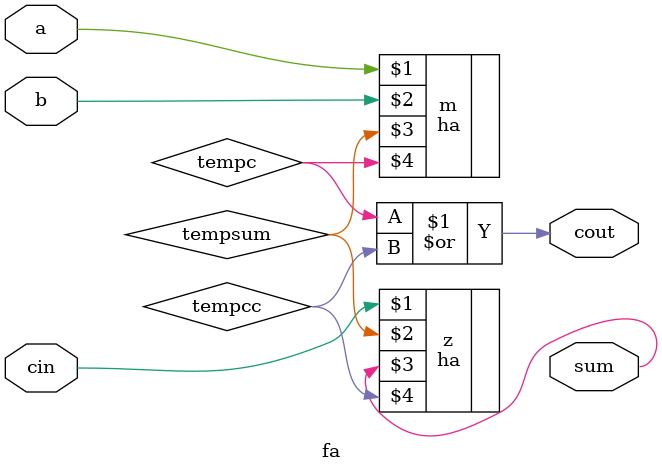
<source format=v>
`timescale 1ns / 1ps
module fa(
    input a,
    input b,
    input cin,
    output sum,
    output cout
    );
	 wire tempsum,tempc;
	 wire tempcc;
	 ha m(a,b,tempsum,tempc);
	 ha z(cin,tempsum,sum,tempcc);
	 or(cout,tempc,tempcc);
	 
	 


endmodule

</source>
